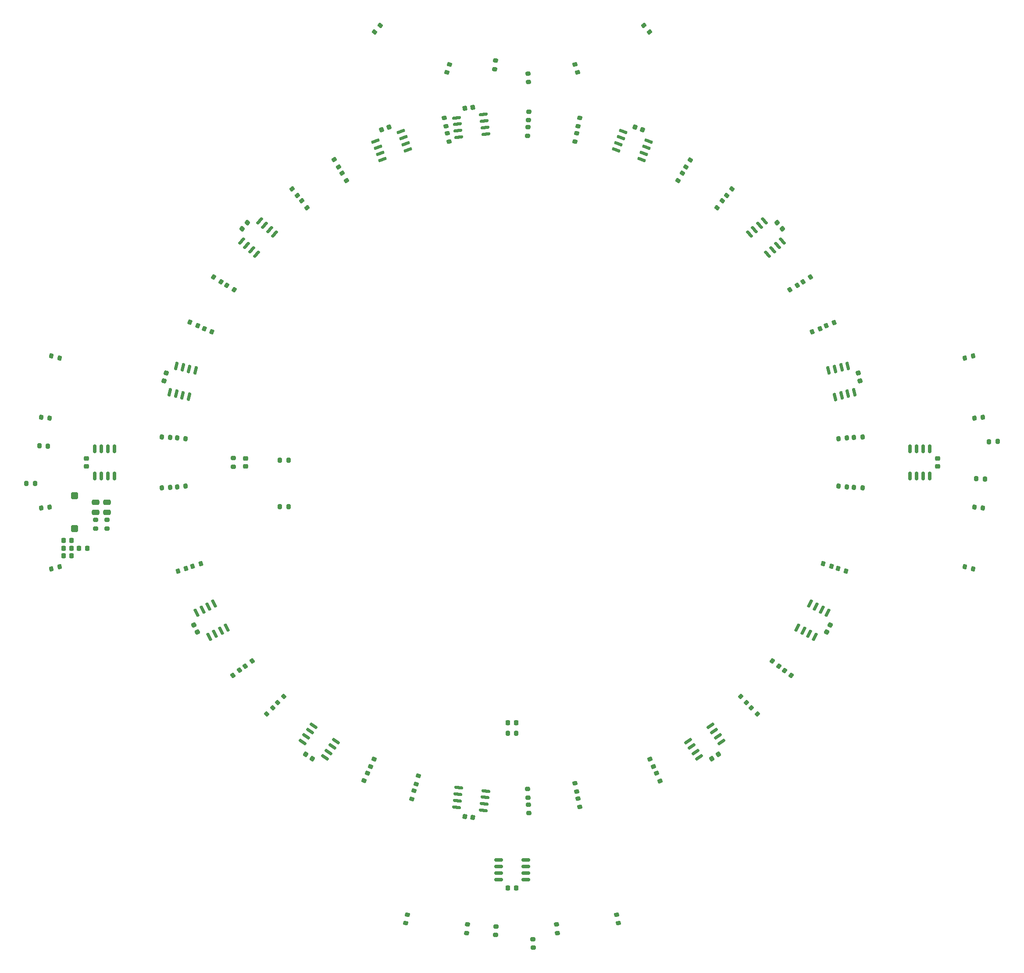
<source format=gbr>
%TF.GenerationSoftware,KiCad,Pcbnew,8.0.1*%
%TF.CreationDate,2025-01-30T23:09:45+09:00*%
%TF.ProjectId,Line-003-20241222,4c696e65-2d30-4303-932d-323032343132,rev?*%
%TF.SameCoordinates,Original*%
%TF.FileFunction,Paste,Bot*%
%TF.FilePolarity,Positive*%
%FSLAX46Y46*%
G04 Gerber Fmt 4.6, Leading zero omitted, Abs format (unit mm)*
G04 Created by KiCad (PCBNEW 8.0.1) date 2025-01-30 23:09:45*
%MOMM*%
%LPD*%
G01*
G04 APERTURE LIST*
G04 Aperture macros list*
%AMRoundRect*
0 Rectangle with rounded corners*
0 $1 Rounding radius*
0 $2 $3 $4 $5 $6 $7 $8 $9 X,Y pos of 4 corners*
0 Add a 4 corners polygon primitive as box body*
4,1,4,$2,$3,$4,$5,$6,$7,$8,$9,$2,$3,0*
0 Add four circle primitives for the rounded corners*
1,1,$1+$1,$2,$3*
1,1,$1+$1,$4,$5*
1,1,$1+$1,$6,$7*
1,1,$1+$1,$8,$9*
0 Add four rect primitives between the rounded corners*
20,1,$1+$1,$2,$3,$4,$5,0*
20,1,$1+$1,$4,$5,$6,$7,0*
20,1,$1+$1,$6,$7,$8,$9,0*
20,1,$1+$1,$8,$9,$2,$3,0*%
G04 Aperture macros list end*
%ADD10RoundRect,0.200000X0.275000X-0.200000X0.275000X0.200000X-0.275000X0.200000X-0.275000X-0.200000X0*%
%ADD11RoundRect,0.200000X-0.135734X0.311771X-0.338425X-0.033072X0.135734X-0.311771X0.338425X0.033072X0*%
%ADD12RoundRect,0.200000X-0.200000X-0.275000X0.200000X-0.275000X0.200000X0.275000X-0.200000X0.275000X0*%
%ADD13RoundRect,0.200000X0.179464X0.288821X-0.219477X0.259721X-0.179464X-0.288821X0.219477X-0.259721X0*%
%ADD14RoundRect,0.200000X0.308345X-0.143347X0.231377X0.249178X-0.308345X0.143347X-0.231377X-0.249178X0*%
%ADD15RoundRect,0.250000X0.475000X-0.250000X0.475000X0.250000X-0.475000X0.250000X-0.475000X-0.250000X0*%
%ADD16RoundRect,0.150000X-0.688161X-0.067521X0.651990X-0.230290X0.688161X0.067521X-0.651990X0.230290X0*%
%ADD17RoundRect,0.225000X-0.325925X0.083054X-0.116808X-0.315406X0.325925X-0.083054X0.116808X0.315406X0*%
%ADD18RoundRect,0.200000X-0.206410X0.270222X-0.320672X-0.113111X0.206410X-0.270222X0.320672X0.113111X0*%
%ADD19RoundRect,0.225000X-0.327190X-0.077922X0.043146X-0.333562X0.327190X0.077922X-0.043146X0.333562X0*%
%ADD20RoundRect,0.200000X-0.333690X0.065391X-0.165022X-0.297309X0.333690X-0.065391X0.165022X0.297309X0*%
%ADD21RoundRect,0.200000X-0.209476X-0.267853X0.190281X-0.281812X0.209476X0.267853X-0.190281X0.281812X0*%
%ADD22RoundRect,0.200000X0.172722X0.292903X-0.225437X0.254565X-0.172722X-0.292903X0.225437X-0.254565X0*%
%ADD23RoundRect,0.200000X0.231351X-0.249202X0.308360X0.143315X-0.231351X0.249202X-0.308360X-0.143315X0*%
%ADD24RoundRect,0.200000X-0.179474X-0.288815X0.219467X-0.259729X0.179474X0.288815X-0.219467X0.259729X0*%
%ADD25RoundRect,0.150000X0.577947X0.379608X-0.684327X-0.099103X-0.577947X-0.379608X0.684327X0.099103X0*%
%ADD26RoundRect,0.200000X-0.338422X0.033095X-0.135756X-0.311762X0.338422X-0.033095X0.135756X0.311762X0*%
%ADD27RoundRect,0.200000X0.165002X-0.297320X0.333695X0.065368X-0.165002X0.297320X-0.333695X-0.065368X0*%
%ADD28RoundRect,0.200000X0.339642X0.016377X0.089066X0.328165X-0.339642X-0.016377X-0.089066X-0.328165X0*%
%ADD29RoundRect,0.150000X-0.150000X0.675000X-0.150000X-0.675000X0.150000X-0.675000X0.150000X0.675000X0*%
%ADD30RoundRect,0.200000X0.267853X-0.209476X0.281812X0.190281X-0.267853X0.209476X-0.281812X-0.190281X0*%
%ADD31RoundRect,0.200000X0.024699X0.339139X-0.315030X0.127989X-0.024699X-0.339139X0.315030X-0.127989X0*%
%ADD32RoundRect,0.218750X0.218750X0.256250X-0.218750X0.256250X-0.218750X-0.256250X0.218750X-0.256250X0*%
%ADD33RoundRect,0.150000X0.335337X0.604710X-0.559888X-0.405771X-0.335337X-0.604710X0.559888X0.405771X0*%
%ADD34RoundRect,0.200000X-0.256736X-0.222962X0.133012X-0.312942X0.256736X0.222962X-0.133012X0.312942X0*%
%ADD35RoundRect,0.225000X-0.250000X0.225000X-0.250000X-0.225000X0.250000X-0.225000X0.250000X0.225000X0*%
%ADD36RoundRect,0.225000X-0.225000X-0.250000X0.225000X-0.250000X0.225000X0.250000X-0.225000X0.250000X0*%
%ADD37RoundRect,0.150000X0.015907X0.691283X-0.307188X-0.619484X-0.015907X-0.691283X0.307188X0.619484X0*%
%ADD38RoundRect,0.200000X0.079222X-0.330679X0.339001X-0.026517X-0.079222X0.330679X-0.339001X0.026517X0*%
%ADD39RoundRect,0.200000X0.199737X-0.275191X0.323344X0.105232X-0.199737X0.275191X-0.323344X-0.105232X0*%
%ADD40RoundRect,0.225000X0.299040X0.153948X-0.121707X0.313548X-0.299040X-0.153948X0.121707X-0.313548X0*%
%ADD41RoundRect,0.150000X0.307145X-0.619505X-0.015859X0.691284X-0.307145X0.619505X0.015859X-0.691284X0*%
%ADD42RoundRect,0.200000X0.325857X0.097171X0.007956X0.339944X-0.325857X-0.097171X-0.007956X-0.339944X0*%
%ADD43RoundRect,0.200000X0.133012X0.312942X-0.256736X0.222962X-0.133012X-0.312942X0.256736X-0.222962X0*%
%ADD44RoundRect,0.150000X-0.180901X-0.667383X0.446531X0.527953X0.180901X0.667383X-0.446531X-0.527953X0*%
%ADD45RoundRect,0.200000X-0.336511X-0.048843X-0.057214X-0.335189X0.336511X0.048843X0.057214X0.335189X0*%
%ADD46RoundRect,0.200000X-0.172722X-0.292903X0.225437X-0.254565X0.172722X0.292903X-0.225437X0.254565X0*%
%ADD47RoundRect,0.200000X-0.007932X0.339944X-0.325850X0.097194X0.007932X-0.339944X0.325850X-0.097194X0*%
%ADD48RoundRect,0.200000X-0.089043X0.328171X-0.339641X0.016401X0.089043X-0.328171X0.339641X-0.016401X0*%
%ADD49RoundRect,0.150000X-0.675000X-0.150000X0.675000X-0.150000X0.675000X0.150000X-0.675000X0.150000X0*%
%ADD50RoundRect,0.200000X-0.256522X0.223207X-0.291385X-0.175271X0.256522X-0.223207X0.291385X0.175271X0*%
%ADD51RoundRect,0.218750X0.256250X-0.218750X0.256250X0.218750X-0.256250X0.218750X-0.256250X-0.218750X0*%
%ADD52RoundRect,0.200000X-0.073663X-0.331962X0.293116X-0.172360X0.073663X0.331962X-0.293116X0.172360X0*%
%ADD53RoundRect,0.200000X0.222962X-0.256736X0.312942X0.133012X-0.222962X0.256736X-0.312942X-0.133012X0*%
%ADD54RoundRect,0.200000X0.339001X0.026517X0.079222X0.330679X-0.339001X-0.026517X-0.079222X-0.330679X0*%
%ADD55RoundRect,0.150000X-0.470325X-0.506872X0.640735X0.259969X0.470325X0.506872X-0.640735X-0.259969X0*%
%ADD56RoundRect,0.200000X0.179474X0.288815X-0.219467X0.259729X-0.179474X-0.288815X0.219467X-0.259729X0*%
%ADD57RoundRect,0.150000X0.559888X-0.405771X-0.335337X0.604710X-0.559888X0.405771X0.335337X-0.604710X0*%
%ADD58RoundRect,0.200000X-0.225437X-0.254565X0.172722X-0.292903X0.225437X0.254565X-0.172722X0.292903X0*%
%ADD59RoundRect,0.200000X0.254565X-0.225437X0.292903X0.172722X-0.254565X0.225437X-0.292903X-0.172722X0*%
%ADD60RoundRect,0.200000X0.308350X-0.143337X0.231368X0.249186X-0.308350X0.143337X-0.231368X-0.249186X0*%
%ADD61RoundRect,0.200000X0.007932X-0.339944X0.325850X-0.097194X-0.007932X0.339944X-0.325850X0.097194X0*%
%ADD62RoundRect,0.200000X0.265088X-0.212964X0.284279X0.186576X-0.265088X0.212964X-0.284279X-0.186576X0*%
%ADD63RoundRect,0.200000X0.219486X0.259713X-0.179453X0.288828X-0.219486X-0.259713X0.179453X-0.288828X0*%
%ADD64RoundRect,0.200000X-0.057191X0.335193X-0.336507X0.048867X0.057191X-0.335193X0.336507X-0.048867X0*%
%ADD65RoundRect,0.200000X0.089043X-0.328171X0.339641X-0.016401X-0.089043X0.328171X-0.339641X0.016401X0*%
%ADD66RoundRect,0.200000X-0.133012X-0.312942X0.256736X-0.222962X0.133012X0.312942X-0.256736X0.222962X0*%
%ADD67RoundRect,0.200000X-0.231351X0.249202X-0.308360X-0.143315X0.231351X-0.249202X0.308360X0.143315X0*%
%ADD68RoundRect,0.200000X0.200000X0.275000X-0.200000X0.275000X-0.200000X-0.275000X0.200000X-0.275000X0*%
%ADD69RoundRect,0.200000X0.187814X0.283462X-0.211805X0.266014X-0.187814X-0.283462X0.211805X-0.266014X0*%
%ADD70RoundRect,0.200000X0.105130X0.323377X-0.275254X0.199651X-0.105130X-0.323377X0.275254X-0.199651X0*%
%ADD71RoundRect,0.200000X0.333690X-0.065391X0.165022X0.297309X-0.333690X0.065391X-0.165022X-0.297309X0*%
%ADD72RoundRect,0.200000X-0.179464X-0.288821X0.219477X-0.259721X0.179464X0.288821X-0.219477X0.259721X0*%
%ADD73RoundRect,0.200000X0.256736X0.222962X-0.133012X0.312942X-0.256736X-0.222962X0.133012X-0.312942X0*%
%ADD74RoundRect,0.200000X-0.219495X-0.259706X0.179443X-0.288834X0.219495X0.259706X-0.179443X0.288834X0*%
%ADD75RoundRect,0.200000X0.283462X-0.187814X0.266014X0.211805X-0.283462X0.187814X-0.266014X-0.211805X0*%
%ADD76RoundRect,0.150000X-0.640716X0.260014X0.470290X-0.506905X0.640716X-0.260014X-0.470290X0.506905X0*%
%ADD77RoundRect,0.200000X-0.265088X0.212964X-0.284279X-0.186576X0.265088X-0.212964X0.284279X0.186576X0*%
%ADD78RoundRect,0.225000X0.193226X0.275298X-0.253493X0.221057X-0.193226X-0.275298X0.253493X-0.221057X0*%
%ADD79RoundRect,0.200000X0.219495X0.259706X-0.179443X0.288834X-0.219495X-0.259706X0.179443X-0.288834X0*%
%ADD80RoundRect,0.200000X-0.105130X-0.323377X0.275254X-0.199651X0.105130X0.323377X-0.275254X0.199651X0*%
%ADD81RoundRect,0.200000X-0.024699X-0.339139X0.315030X-0.127989X0.024699X0.339139X-0.315030X0.127989X0*%
%ADD82RoundRect,0.225000X-0.043169X-0.333559X0.327184X-0.077945X0.043169X0.333559X-0.327184X0.077945X0*%
%ADD83RoundRect,0.200000X0.225437X0.254565X-0.172722X0.292903X-0.225437X-0.254565X0.172722X-0.292903X0*%
%ADD84RoundRect,0.200000X0.312942X-0.133012X0.222962X0.256736X-0.312942X0.133012X-0.222962X-0.256736X0*%
%ADD85RoundRect,0.200000X0.292903X-0.172722X0.254565X0.225437X-0.292903X0.172722X-0.254565X-0.225437X0*%
%ADD86RoundRect,0.200000X-0.325857X-0.097171X-0.007956X-0.339944X0.325857X0.097171X0.007956X0.339944X0*%
%ADD87RoundRect,0.200000X0.293128X0.172339X-0.073640X0.331967X-0.293128X-0.172339X0.073640X-0.331967X0*%
%ADD88RoundRect,0.200000X0.206410X-0.270222X0.320672X0.113111X-0.206410X0.270222X-0.320672X-0.113111X0*%
%ADD89RoundRect,0.150000X0.651998X0.230268X-0.688159X0.067545X-0.651998X-0.230268X0.688159X-0.067545X0*%
%ADD90RoundRect,0.200000X0.338422X-0.033095X0.135756X0.311762X-0.338422X0.033095X-0.135756X-0.311762X0*%
%ADD91RoundRect,0.200000X-0.339642X-0.016377X-0.089066X-0.328165X0.339642X0.016377X0.089066X0.328165X0*%
%ADD92RoundRect,0.225000X0.250000X-0.225000X0.250000X0.225000X-0.250000X0.225000X-0.250000X-0.225000X0*%
%ADD93RoundRect,0.225000X0.116786X-0.315414X0.325931X0.083031X-0.116786X0.315414X-0.325931X-0.083031X0*%
%ADD94RoundRect,0.225000X-0.037922X0.334196X-0.336330X-0.002631X0.037922X-0.334196X0.336330X0.002631X0*%
%ADD95RoundRect,0.225000X0.296573X-0.158649X0.188905X0.278280X-0.296573X0.158649X-0.188905X-0.278280X0*%
%ADD96RoundRect,0.200000X-0.284272X0.186586X-0.265095X-0.212954X0.284272X-0.186586X0.265095X0.212954X0*%
%ADD97RoundRect,0.200000X-0.308345X0.143347X-0.231377X-0.249178X0.308345X-0.143347X0.231377X0.249178X0*%
%ADD98RoundRect,0.200000X-0.315039X-0.127967X0.024675X-0.339140X0.315039X0.127967X-0.024675X0.339140X0*%
%ADD99RoundRect,0.200000X0.336511X0.048843X0.057214X0.335189X-0.336511X-0.048843X-0.057214X-0.335189X0*%
%ADD100RoundRect,0.225000X0.121729X0.313540X-0.299029X0.153969X-0.121729X-0.313540X0.299029X-0.153969X0*%
%ADD101RoundRect,0.350000X0.350000X-0.350000X0.350000X0.350000X-0.350000X0.350000X-0.350000X-0.350000X0*%
%ADD102RoundRect,0.200000X0.275268X0.199631X-0.105107X0.323384X-0.275268X-0.199631X0.105107X-0.323384X0*%
%ADD103RoundRect,0.225000X-0.253501X-0.221048X0.193216X-0.275304X0.253501X0.221048X-0.193216X0.275304X0*%
%ADD104RoundRect,0.200000X0.073663X0.331962X-0.293116X0.172360X-0.073663X-0.331962X0.293116X-0.172360X0*%
%ADD105RoundRect,0.200000X-0.219486X-0.259713X0.179453X-0.288828X0.219486X0.259713X-0.179453X0.288828X0*%
%ADD106RoundRect,0.200000X-0.308350X0.143337X-0.231368X-0.249186X0.308350X-0.143337X0.231368X0.249186X0*%
%ADD107RoundRect,0.225000X0.336330X-0.002655X0.037945X0.334193X-0.336330X0.002655X-0.037945X-0.334193X0*%
%ADD108RoundRect,0.150000X0.684327X-0.099103X-0.577947X0.379608X-0.684327X0.099103X0.577947X-0.379608X0*%
%ADD109RoundRect,0.200000X0.135734X-0.311771X0.338425X0.033072X-0.135734X0.311771X-0.338425X-0.033072X0*%
%ADD110RoundRect,0.200000X0.323344X-0.105232X0.199737X0.275191X-0.323344X0.105232X-0.199737X-0.275191X0*%
%ADD111RoundRect,0.200000X0.209476X0.267853X-0.190281X0.281812X-0.209476X-0.267853X0.190281X-0.281812X0*%
%ADD112RoundRect,0.150000X-0.446494X0.527985X0.180855X-0.667395X0.446494X-0.527985X-0.180855X0.667395X0*%
%ADD113RoundRect,0.200000X-0.293128X-0.172339X0.073640X-0.331967X0.293128X0.172339X-0.073640X0.331967X0*%
%ADD114RoundRect,0.200000X0.057191X-0.335193X0.336507X-0.048867X-0.057191X0.335193X-0.336507X0.048867X0*%
%ADD115RoundRect,0.200000X-0.275268X-0.199631X0.105107X-0.323384X0.275268X0.199631X-0.105107X0.323384X0*%
%ADD116RoundRect,0.225000X-0.188885X0.278294X-0.296584X-0.158629X0.188885X-0.278294X0.296584X0.158629X0*%
%ADD117RoundRect,0.200000X0.284272X-0.186586X0.265095X0.212954X-0.284272X0.186586X-0.265095X-0.212954X0*%
%ADD118RoundRect,0.200000X0.289844X-0.177807X0.258460X0.220960X-0.289844X0.177807X-0.258460X-0.220960X0*%
%ADD119RoundRect,0.200000X-0.187814X-0.283462X0.211805X-0.266014X0.187814X0.283462X-0.211805X0.266014X0*%
%ADD120RoundRect,0.200000X0.315039X0.127967X-0.024675X0.339140X-0.315039X-0.127967X0.024675X-0.339140X0*%
%ADD121RoundRect,0.150000X0.150000X-0.675000X0.150000X0.675000X-0.150000X0.675000X-0.150000X-0.675000X0*%
%ADD122RoundRect,0.200000X-0.165002X0.297320X-0.333695X-0.065368X0.165002X-0.297320X0.333695X0.065368X0*%
G04 APERTURE END LIST*
D10*
%TO.C,R81*%
X-78158064Y-12751479D03*
X-78158064Y-11101479D03*
%TD*%
D11*
%TO.C,R55*%
X32850971Y55885216D03*
X32014873Y54462740D03*
%TD*%
D12*
%TO.C,R88*%
X-825000Y-52300006D03*
X825000Y-52300006D03*
%TD*%
D13*
%TO.C,R8*%
X-65997192Y-4815162D03*
X-67642820Y-4935200D03*
%TD*%
D14*
%TO.C,R45*%
X12476029Y-63614480D03*
X12158537Y-61995314D03*
%TD*%
D15*
%TO.C,C22*%
X-80408064Y-9626479D03*
X-80408064Y-7726479D03*
%TD*%
D16*
%TO.C,U54*%
X-10730392Y-66597651D03*
X-10577268Y-65336916D03*
X-10424144Y-64076181D03*
X-10271020Y-62815446D03*
X-5059320Y-63448439D03*
X-5212444Y-64709174D03*
X-5365568Y-65969909D03*
X-5518692Y-67230644D03*
%TD*%
D17*
%TO.C,C5*%
X-61454864Y-31379146D03*
X-60734574Y-32751620D03*
%TD*%
D18*
%TO.C,R13*%
X-18900760Y-63418534D03*
X-19372090Y-64999782D03*
%TD*%
D19*
%TO.C,C6*%
X-39833390Y-56345393D03*
X-38557790Y-57225929D03*
%TD*%
D20*
%TO.C,R16*%
X27906396Y-60005048D03*
X28602150Y-61501186D03*
%TD*%
D21*
%TO.C,R64*%
X-91266912Y3186327D03*
X-89617918Y3128743D03*
%TD*%
D22*
%TO.C,R75*%
X90907013Y8752244D03*
X89264609Y8594098D03*
%TD*%
D23*
%TO.C,R26*%
X12742594Y64936165D03*
X13060256Y66555297D03*
%TD*%
D24*
%TO.C,R21*%
X66002268Y4811103D03*
X67647900Y4931085D03*
%TD*%
D25*
%TO.C,U48*%
X-21444988Y63954815D03*
X-20994644Y62767342D03*
X-20544301Y61579870D03*
X-20093957Y60392397D03*
X-25002800Y58530741D03*
X-25453144Y59718214D03*
X-25903487Y60905686D03*
X-26353831Y62093159D03*
%TD*%
D26*
%TO.C,R33*%
X-32842160Y55887510D03*
X-32006164Y54464974D03*
%TD*%
D27*
%TO.C,R42*%
X-27336338Y-58779027D03*
X-26640480Y-57282939D03*
%TD*%
D28*
%TO.C,R4*%
X-41452251Y51580496D03*
X-42485877Y52866620D03*
%TD*%
D29*
%TO.C,U51*%
X-80607918Y2624121D03*
X-79337918Y2624121D03*
X-78067918Y2624121D03*
X-76797918Y2624121D03*
X-76797918Y-2625879D03*
X-78067918Y-2625879D03*
X-79337918Y-2625879D03*
X-80607918Y-2625879D03*
%TD*%
D30*
%TO.C,R69*%
X-3184740Y-91270236D03*
X-3127156Y-89621242D03*
%TD*%
D31*
%TO.C,R53*%
X55059750Y34218630D03*
X53658368Y33347636D03*
%TD*%
D32*
%TO.C,D48*%
X787500Y-50300006D03*
X-787500Y-50300006D03*
%TD*%
D33*
%TO.C,U49*%
X-48709753Y46662202D03*
X-47759152Y45820028D03*
X-46808551Y44977853D03*
X-45857950Y44135678D03*
X-49339381Y40206030D03*
X-50289982Y41048204D03*
X-51240583Y41890379D03*
X-52191184Y42732554D03*
%TD*%
D34*
%TO.C,R62*%
X-88981892Y20542785D03*
X-87374182Y20171615D03*
%TD*%
D35*
%TO.C,C4*%
X-82165251Y785999D03*
X-82165251Y-764001D03*
%TD*%
D36*
%TO.C,C19*%
X-86598064Y-15051479D03*
X-85048064Y-15051479D03*
%TD*%
D37*
%TO.C,U50*%
X-64815375Y18679873D03*
X-63582285Y18375924D03*
X-62349192Y18071974D03*
X-61116100Y17768025D03*
X-62372583Y12670599D03*
X-63605673Y12974548D03*
X-64838766Y13278498D03*
X-66071858Y13582447D03*
%TD*%
D38*
%TO.C,R61*%
X-26511281Y83126982D03*
X-25439691Y84381652D03*
%TD*%
D39*
%TO.C,R60*%
X-12613183Y75343674D03*
X-12103305Y76912918D03*
%TD*%
D15*
%TO.C,C21*%
X-78158064Y-9626479D03*
X-78158064Y-7726479D03*
%TD*%
D36*
%TO.C,C14*%
X-772530Y-82201479D03*
X777470Y-82201479D03*
%TD*%
D40*
%TO.C,C12*%
X25199080Y64238766D03*
X23749840Y64788498D03*
%TD*%
D41*
%TO.C,U59*%
X66077764Y13577834D03*
X64844651Y13273971D03*
X63611538Y12970108D03*
X62378425Y12666245D03*
X61122298Y17763758D03*
X62355411Y18067621D03*
X63588524Y18371484D03*
X64821637Y18675347D03*
%TD*%
D42*
%TO.C,R48*%
X51522363Y-39345248D03*
X50211019Y-38343810D03*
%TD*%
D43*
%TO.C,R76*%
X88986803Y20542786D03*
X87379093Y20171616D03*
%TD*%
D44*
%TO.C,U57*%
X58465163Y-33652614D03*
X57340661Y-33062362D03*
X56216160Y-32472111D03*
X55091658Y-31881860D03*
X57531673Y-27233330D03*
X58656175Y-27823582D03*
X59780676Y-28413833D03*
X60905178Y-29004084D03*
%TD*%
D45*
%TO.C,R17*%
X46208511Y-47373135D03*
X47360607Y-48554309D03*
%TD*%
D46*
%TO.C,R65*%
X-90902103Y-8753982D03*
X-89259699Y-8595836D03*
%TD*%
D47*
%TO.C,R10*%
X-52593176Y-40160934D03*
X-53904590Y-41162280D03*
%TD*%
D48*
%TO.C,R54*%
X40614991Y50525377D03*
X39581275Y49239325D03*
%TD*%
D49*
%TO.C,U55*%
X-2622530Y-80611290D03*
X-2622530Y-79341290D03*
X-2622530Y-78071290D03*
X-2622530Y-76801290D03*
X2627470Y-76801290D03*
X2627470Y-78071290D03*
X2627470Y-79341290D03*
X2627470Y-80611290D03*
%TD*%
D50*
%TO.C,R27*%
X-3195100Y77635000D03*
X-3338900Y75991278D03*
%TD*%
D51*
%TO.C,D47*%
X-51400000Y-787500D03*
X-51400000Y787500D03*
%TD*%
D52*
%TO.C,R22*%
X60681532Y26403288D03*
X62194498Y27061646D03*
%TD*%
D36*
%TO.C,C17*%
X-86598064Y-16551479D03*
X-85048064Y-16551479D03*
%TD*%
D53*
%TO.C,R67*%
X-20541200Y-88985217D03*
X-20170030Y-87377507D03*
%TD*%
D54*
%TO.C,R57*%
X26516156Y83126985D03*
X25444566Y84381655D03*
%TD*%
D55*
%TO.C,U56*%
X36130179Y-56966780D03*
X35408781Y-55921561D03*
X34687382Y-54876341D03*
X33965983Y-53831122D03*
X38286773Y-50848962D03*
X39008171Y-51894181D03*
X39729570Y-52939401D03*
X40450969Y-53984620D03*
%TD*%
D56*
%TO.C,R51*%
X64655842Y4712937D03*
X63010210Y4592955D03*
%TD*%
D57*
%TO.C,U60*%
X52196142Y42732554D03*
X51245541Y41890379D03*
X50294940Y41048204D03*
X49344339Y40206030D03*
X45862908Y44135678D03*
X46813509Y44977853D03*
X47764110Y45820028D03*
X48714711Y46662202D03*
%TD*%
D58*
%TO.C,R63*%
X-90902103Y8752242D03*
X-89259699Y8594096D03*
%TD*%
D59*
%TO.C,R68*%
X-8750658Y-90905429D03*
X-8592512Y-89263025D03*
%TD*%
D60*
%TO.C,R2*%
X-12733153Y64937053D03*
X-13050701Y66556209D03*
%TD*%
D61*
%TO.C,R40*%
X-51520202Y-39341650D03*
X-50208788Y-38340304D03*
%TD*%
D62*
%TO.C,R1*%
X3177407Y66097915D03*
X3256571Y67746015D03*
%TD*%
D63*
%TO.C,R7*%
X-65997023Y4815712D03*
X-67642647Y4935808D03*
%TD*%
D64*
%TO.C,R11*%
X-46206910Y-47369909D03*
X-47359090Y-48551003D03*
%TD*%
D65*
%TO.C,R24*%
X41460760Y51577602D03*
X42494476Y52863654D03*
%TD*%
D66*
%TO.C,R66*%
X-88981891Y-20544524D03*
X-87374181Y-20173354D03*
%TD*%
D67*
%TO.C,R56*%
X12482690Y63611419D03*
X12165028Y61992287D03*
%TD*%
D68*
%TO.C,R87*%
X-43175000Y-8500000D03*
X-44825000Y-8500000D03*
%TD*%
D69*
%TO.C,R30*%
X93737036Y4091610D03*
X92088606Y4019638D03*
%TD*%
D70*
%TO.C,R9*%
X-62927283Y-20469846D03*
X-64496365Y-20980218D03*
%TD*%
D71*
%TO.C,R46*%
X27337143Y-58780936D03*
X26641389Y-57284798D03*
%TD*%
D72*
%TO.C,R38*%
X-64650769Y-4716947D03*
X-63005141Y-4596909D03*
%TD*%
D73*
%TO.C,R72*%
X88986801Y-20544527D03*
X87379091Y-20173357D03*
%TD*%
D74*
%TO.C,R20*%
X66001763Y-4819768D03*
X67647383Y-4939922D03*
%TD*%
D75*
%TO.C,R29*%
X4093925Y-93736679D03*
X4021953Y-92088249D03*
%TD*%
D76*
%TO.C,U53*%
X-40449780Y-53981796D03*
X-39728308Y-52936627D03*
X-39006837Y-51891458D03*
X-38285365Y-50846288D03*
X-33964784Y-53828750D03*
X-34686256Y-54873919D03*
X-35407727Y-55919088D03*
X-36129199Y-56964258D03*
%TD*%
D77*
%TO.C,R31*%
X3112636Y64749470D03*
X3033472Y63101370D03*
%TD*%
D78*
%TO.C,C1*%
X-7545110Y68589459D03*
X-9083810Y68402629D03*
%TD*%
D79*
%TO.C,R50*%
X64655348Y-4721461D03*
X63009728Y-4601307D03*
%TD*%
D36*
%TO.C,C16*%
X-86598064Y-18051479D03*
X-85048064Y-18051479D03*
%TD*%
D80*
%TO.C,R39*%
X-61643488Y-20052271D03*
X-60074406Y-19541899D03*
%TD*%
D81*
%TO.C,R23*%
X56206335Y34931261D03*
X57607717Y35802255D03*
%TD*%
D82*
%TO.C,C8*%
X38558752Y-57228621D03*
X39834414Y-56348173D03*
%TD*%
D83*
%TO.C,R73*%
X90907013Y-8753984D03*
X89264609Y-8595838D03*
%TD*%
D84*
%TO.C,R71*%
X20546111Y-88985216D03*
X20174941Y-87377506D03*
%TD*%
D85*
%TO.C,R70*%
X8755570Y-90905427D03*
X8597424Y-89263023D03*
%TD*%
D86*
%TO.C,R18*%
X52595281Y-40164605D03*
X53906625Y-41166043D03*
%TD*%
D87*
%TO.C,R6*%
X-60674781Y26407524D03*
X-62187701Y27065988D03*
%TD*%
D88*
%TO.C,R43*%
X-18515125Y-62124783D03*
X-18043795Y-60543535D03*
%TD*%
D89*
%TO.C,U47*%
X-5516345Y67229079D03*
X-5363265Y65968340D03*
X-5210185Y64707598D03*
X-5057105Y63446858D03*
X-10268827Y62814047D03*
X-10421907Y64074786D03*
X-10574987Y65335528D03*
X-10728067Y66596268D03*
%TD*%
D90*
%TO.C,R3*%
X-33526161Y57051401D03*
X-34362157Y58473937D03*
%TD*%
D91*
%TO.C,R34*%
X-40606556Y50528212D03*
X-39572930Y49242088D03*
%TD*%
D92*
%TO.C,C15*%
X82201936Y-775879D03*
X82201936Y774121D03*
%TD*%
D93*
%TO.C,C9*%
X60737245Y-32755860D03*
X61457631Y-31383438D03*
%TD*%
D94*
%TO.C,C3*%
X-51130407Y46335161D03*
X-52158259Y45174979D03*
%TD*%
D95*
%TO.C,C10*%
X67183801Y15755724D03*
X66812945Y17260704D03*
%TD*%
D96*
%TO.C,R14*%
X3175100Y-66099779D03*
X3254206Y-67747881D03*
%TD*%
D97*
%TO.C,R15*%
X12735795Y-64939252D03*
X13053287Y-66558418D03*
%TD*%
D98*
%TO.C,R35*%
X-55052454Y34222473D03*
X-53651134Y33351381D03*
%TD*%
D99*
%TO.C,R47*%
X45265887Y-46406719D03*
X44113791Y-45225545D03*
%TD*%
D68*
%TO.C,R86*%
X-43172528Y450000D03*
X-44822528Y450000D03*
%TD*%
D36*
%TO.C,C18*%
X-83575000Y-16551479D03*
X-82025000Y-16551479D03*
%TD*%
D100*
%TO.C,C2*%
X-23740359Y64790156D03*
X-25189637Y64240524D03*
%TD*%
D101*
%TO.C,SW1*%
X-84450000Y-12800000D03*
X-84450000Y-6400000D03*
%TD*%
D102*
%TO.C,R49*%
X61646996Y-20056574D03*
X60077948Y-19546094D03*
%TD*%
D103*
%TO.C,C7*%
X-9086197Y-68404070D03*
X-7547505Y-68590954D03*
%TD*%
D104*
%TO.C,R52*%
X59443653Y25864631D03*
X57930687Y25206273D03*
%TD*%
D10*
%TO.C,R79*%
X-53850000Y-826479D03*
X-53850000Y823521D03*
%TD*%
D105*
%TO.C,R37*%
X-64650604Y4717451D03*
X-63004980Y4597355D03*
%TD*%
D106*
%TO.C,R32*%
X-12473341Y63612291D03*
X-12155793Y61993135D03*
%TD*%
D107*
%TO.C,C11*%
X52166370Y45171337D03*
X51138600Y46331591D03*
%TD*%
D108*
%TO.C,U61*%
X26358789Y62093159D03*
X25908445Y60905686D03*
X25458102Y59718214D03*
X25007758Y58530741D03*
X20098915Y60392397D03*
X20549259Y61579870D03*
X20999602Y62767342D03*
X21449946Y63954815D03*
%TD*%
D109*
%TO.C,R25*%
X33535051Y57049062D03*
X34371149Y58471538D03*
%TD*%
D110*
%TO.C,R58*%
X12618058Y75343677D03*
X12108180Y76912921D03*
%TD*%
D111*
%TO.C,R74*%
X91271822Y-3188066D03*
X89622828Y-3130482D03*
%TD*%
D112*
%TO.C,U52*%
X-60902244Y-28999832D03*
X-59777702Y-28409659D03*
X-58653159Y-27819487D03*
X-57528616Y-27229314D03*
X-55088926Y-31878014D03*
X-56213468Y-32468187D03*
X-57338011Y-33058359D03*
X-58462554Y-33648532D03*
%TD*%
D113*
%TO.C,R36*%
X-59436938Y25868781D03*
X-57924018Y25210317D03*
%TD*%
D114*
%TO.C,R41*%
X-45264219Y-46403559D03*
X-44112039Y-45222465D03*
%TD*%
D115*
%TO.C,R19*%
X62930761Y-20474241D03*
X64499809Y-20984721D03*
%TD*%
D116*
%TO.C,C13*%
X-66806782Y17265368D03*
X-67177744Y15760414D03*
%TD*%
D117*
%TO.C,R44*%
X3110376Y-64751331D03*
X3031270Y-63103229D03*
%TD*%
D118*
%TO.C,R59*%
X3205529Y73471406D03*
X3076071Y75116320D03*
%TD*%
D119*
%TO.C,R28*%
X-93734364Y-4093568D03*
X-92085934Y-4021596D03*
%TD*%
D120*
%TO.C,R5*%
X-56198989Y34935185D03*
X-57600309Y35806277D03*
%TD*%
D121*
%TO.C,U58*%
X80612876Y-2625879D03*
X79342876Y-2625879D03*
X78072876Y-2625879D03*
X76802876Y-2625879D03*
X76802876Y2624121D03*
X78072876Y2624121D03*
X79342876Y2624121D03*
X80612876Y2624121D03*
%TD*%
D122*
%TO.C,R12*%
X-27905677Y-60003101D03*
X-28601535Y-61499189D03*
%TD*%
D10*
%TO.C,R84*%
X-80408064Y-12751479D03*
X-80408064Y-11101479D03*
%TD*%
M02*

</source>
